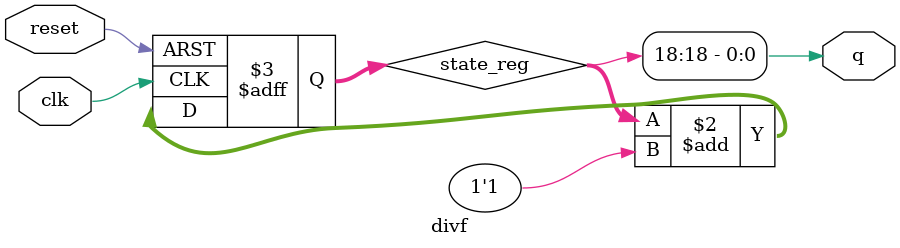
<source format=sv>
`timescale 1ns / 10ps

module divf
#(parameter bt=19)
(
    input reset, clk,
    output q
    );
    
    logic [bt-1:0]state_reg;
    
    always_ff @(posedge clk, posedge reset)
    begin
    if(reset)
        state_reg<=0;
     else
        state_reg<=state_reg+1'b1;    
    end
    assign q=state_reg[bt-1];
endmodule

</source>
